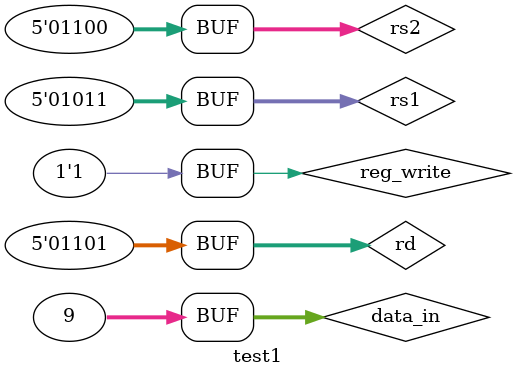
<source format=v>
`timescale 1ns / 1ps


module test1(

    );
   reg [4:0] rs1,rs2,rd;
    reg reg_write;
    reg [31:0] data_in;
    wire [31:0] read_data1;
    wire [31:0] read_data2;
   ex8 test(rs1,rs2,rd,data_in,reg_write,read_data1,read_data2);
    initial begin
        #0 reg_write=1;rs1=1;rs2=1;rd=1;data_in=15;
        #10 data_in=12;rd=11;
        #10 data_in=10; rd=12;
        #10 data_in=9;rd=13;rs1=11;rs2=12;
    end
endmodule

</source>
